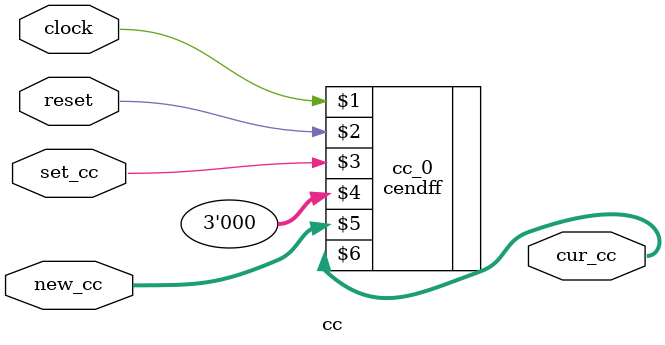
<source format=v>
`include "defines.v"
module cc(
input clock,
input reset,
input set_cc,
input [2:0] new_cc,
output [2:0] cur_cc
);

cendff #(3) cc_0(clock,reset,set_cc,3'h0,new_cc,cur_cc);

endmodule

</source>
